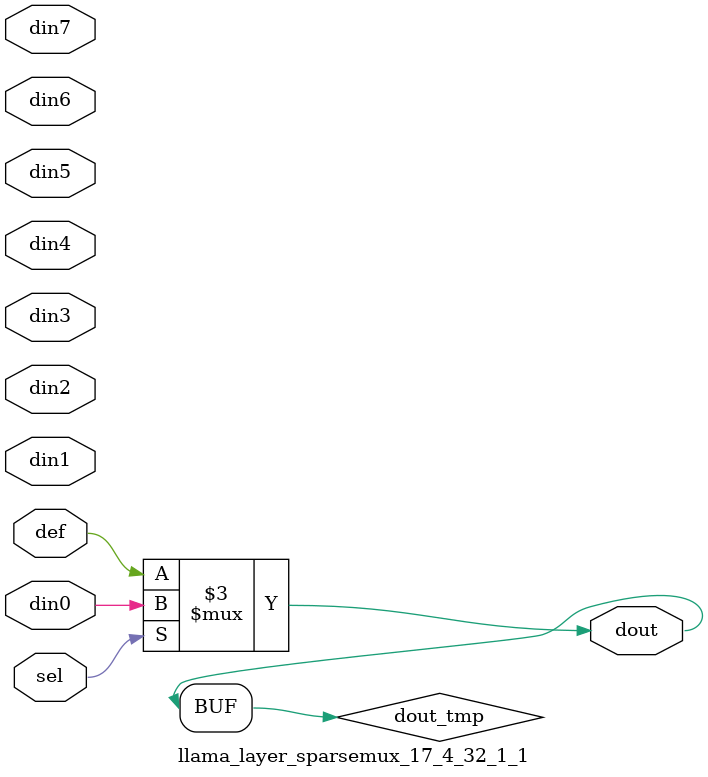
<source format=v>
`timescale 1ns / 1ps

module llama_layer_sparsemux_17_4_32_1_1 (din0,din1,din2,din3,din4,din5,din6,din7,def,sel,dout);

parameter din0_WIDTH = 1;

parameter din1_WIDTH = 1;

parameter din2_WIDTH = 1;

parameter din3_WIDTH = 1;

parameter din4_WIDTH = 1;

parameter din5_WIDTH = 1;

parameter din6_WIDTH = 1;

parameter din7_WIDTH = 1;

parameter def_WIDTH = 1;
parameter sel_WIDTH = 1;
parameter dout_WIDTH = 1;

parameter [sel_WIDTH-1:0] CASE0 = 1;

parameter [sel_WIDTH-1:0] CASE1 = 1;

parameter [sel_WIDTH-1:0] CASE2 = 1;

parameter [sel_WIDTH-1:0] CASE3 = 1;

parameter [sel_WIDTH-1:0] CASE4 = 1;

parameter [sel_WIDTH-1:0] CASE5 = 1;

parameter [sel_WIDTH-1:0] CASE6 = 1;

parameter [sel_WIDTH-1:0] CASE7 = 1;

parameter ID = 1;
parameter NUM_STAGE = 1;



input [din0_WIDTH-1:0] din0;

input [din1_WIDTH-1:0] din1;

input [din2_WIDTH-1:0] din2;

input [din3_WIDTH-1:0] din3;

input [din4_WIDTH-1:0] din4;

input [din5_WIDTH-1:0] din5;

input [din6_WIDTH-1:0] din6;

input [din7_WIDTH-1:0] din7;

input [def_WIDTH-1:0] def;
input [sel_WIDTH-1:0] sel;

output [dout_WIDTH-1:0] dout;



reg [dout_WIDTH-1:0] dout_tmp;


always @ (*) begin
(* parallel_case *) case (sel)
    
    CASE0 : dout_tmp = din0;
    
    CASE1 : dout_tmp = din1;
    
    CASE2 : dout_tmp = din2;
    
    CASE3 : dout_tmp = din3;
    
    CASE4 : dout_tmp = din4;
    
    CASE5 : dout_tmp = din5;
    
    CASE6 : dout_tmp = din6;
    
    CASE7 : dout_tmp = din7;
    
    default : dout_tmp = def;
endcase
end


assign dout = dout_tmp;



endmodule

</source>
